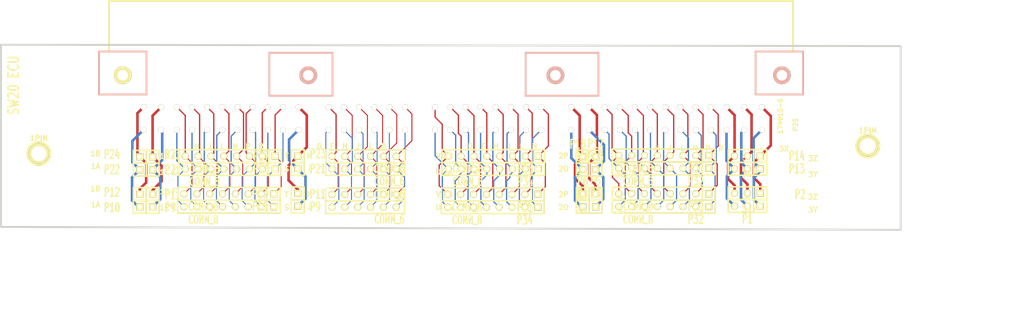
<source format=kicad_pcb>
(kicad_pcb (version 20241229) (generator "pcbnew") (generator_version "9.0")
  (title_block (title "ECU adapter") (date "2025-10-25") (rev "1") (company "76 Pin ECU"))
  (layers (0 "F.Cu" signal "Front") (2 "B.Cu" signal "Back") (13 "F.Paste" user) (15 "B.Paste" user) (5 "F.SilkS" user "F.Silkscreen") (7 "B.SilkS" user "B.Silkscreen") (1 "F.Mask" user) (3 "B.Mask" user) (25 "Edge.Cuts" user))
  (net 0 "")
  (net 1 "N-000001")
  (net 2 "N-000002")
  (net 3 "N-000003")
  (net 4 "N-000004")
  (net 5 "N-000005")
  (net 6 "N-000006")
  (net 7 "N-000007")
  (net 8 "N-000008")
  (net 9 "N-000009")
  (net 10 "N-000010")
  (net 11 "N-000017")
  (net 12 "N-000018")
  (net 13 "N-000019")
  (net 14 "N-000020")
  (net 15 "N-000021")
  (net 16 "N-000022")
  (net 17 "N-000023")
  (net 18 "N-000024")
  (net 19 "N-000025")
  (net 20 "N-000026")
  (net 21 "N-000027")
  (net 22 "N-000028")
  (net 23 "N-000029")
  (net 24 "N-000030")
  (net 25 "N-000031")
  (net 26 "N-000032")
  (net 27 "N-000033")
  (net 28 "N-000034")
  (net 29 "N-000035")
  (net 30 "N-000036")
  (net 31 "N-000037")
  (net 32 "N-000038")
  (net 33 "N-000039")
  (net 34 "N-000040")
  (net 35 "N-000041")
  (net 36 "N-000042")
  (net 37 "N-000043")
  (net 38 "N-000044")
  (net 39 "N-000045")
  (net 40 "N-000046")
  (net 41 "N-000047")
  (net 42 "N-000048")
  (net 43 "N-000050")
  (net 44 "N-000051")
  (net 45 "N-000052")
  (net 46 "N-000053")
  (net 47 "N-000054")
  (net 48 "N-000055")
  (net 49 "N-000056")
  (net 50 "N-000057")
  (net 51 "N-000058")
  (net 52 "N-000059")
  (net 53 "N-000060")
  (net 54 "N-000061")
  (net 55 "N-000062")
  (net 56 "N-000063")
  (net 57 "N-000064")
  (net 58 "N-000065")
  (net 59 "N-000066")
  (net 60 "N-000071")
  (net 61 "N-000072")
  (net 62 "N-000073")
  (net 63 "N-000067")
  (net 64 "N-000068")
  (net 65 "N-000069")
  (net 66 "N-000070")
  (net 67 "N-000074")
  (net 68 "N-000076")
  (net 69 "N-000075")
  (net 70 "N-000049")
  (net 71 "thick")
  (footprint "SIL-8" (layer "F.Cu") (at 86.85 62.5 180)
    (property "Reference" "P37")
    (property "Value" "CONN_8")
  )
  (footprint "SIL-8" (layer "F.Cu") (at 86.85 65.04 180)
    (property "Reference" "P36")
    (property "Value" "CONN_8")
  )
  (footprint "SIL-8" (layer "F.Cu") (at 138.89 65.04 180)
    (property "Reference" "P34")
    (property "Value" "CONN_8")
  )
  (footprint "SIL-8" (layer "F.Cu") (at 138.89 62.5 180)
    (property "Reference" "P35")
    (property "Value" "CONN_8")
  )
  (footprint "SIL-8" (layer "F.Cu") (at 172.625 62.371 180)
    (property "Reference" "P33")
    (property "Value" "CONN_8")
  )
  (footprint "SIL-8" (layer "F.Cu") (at 172.625 64.911 180)
    (property "Reference" "P32")
    (property "Value" "CONN_8")
  )
  (footprint "SIL-3" (layer "F.Cu") (at 189.18 65.006 180)
    (property "Reference" "P13")
    (property "Value" "CONN_3" (hide yes))
  )
  (footprint "SIL-3" (layer "F.Cu") (at 189.18 72.372 180)
    (property "Reference" "P1")
    (property "Value" "CONN_3" (hide yes))
  )
  (footprint "SIL-3" (layer "F.Cu") (at 189.18 69.832 180)
    (property "Reference" "P2")
    (property "Value" "CONN_3" (hide yes))
  )
  (footprint "SIL-1" (layer "F.Cu") (at 71.5 62.634)
    (property "Reference" "P23")
    (property "Value" "CONN_1" (hide yes))
  )
  (footprint "SIL-1" (layer "F.Cu") (at 159.14 62.6)
    (property "Reference" "P17")
    (property "Value" "CONN_1" (hide yes))
  )
  (footprint "SIL-1" (layer "F.Cu") (at 156.6 62.6)
    (property "Reference" "P18")
    (property "Value" "CONN_1" (hide yes))
  )
  (footprint "SIL-1" (layer "F.Cu") (at 156.6 65.14)
    (property "Reference" "P16")
    (property "Value" "CONN_1" (hide yes))
  )
  (footprint "SIL-1" (layer "F.Cu") (at 159.14 65.14)
    (property "Reference" "P15")
    (property "Value" "CONN_1" (hide yes))
  )
  (footprint "SIL-1" (layer "F.Cu") (at 68.96 65.174)
    (property "Reference" "P22")
    (property "Value" "CONN_1" (hide yes))
  )
  (footprint "SIL-1" (layer "F.Cu") (at 71.5 65.174)
    (property "Reference" "P21")
    (property "Value" "CONN_1" (hide yes))
  )
  (footprint "SIL-1" (layer "F.Cu") (at 68.96 72.54)
    (property "Reference" "P10")
    (property "Value" "CONN_1" (hide yes))
  )
  (footprint "SIL-1" (layer "F.Cu") (at 68.96 62.634)
    (property "Reference" "P24")
    (property "Value" "CONN_1" (hide yes))
  )
  (footprint "SIL-1" (layer "F.Cu") (at 68.96 70)
    (property "Reference" "P12")
    (property "Value" "CONN_1" (hide yes))
  )
  (footprint "SIL-1" (layer "F.Cu") (at 71.5 70)
    (property "Reference" "P11")
    (property "Value" "CONN_1" (hide yes))
  )
  (footprint "SIL-1" (layer "F.Cu") (at 71.5 72.54)
    (property "Reference" "P9")
    (property "Value" "CONN_1" (hide yes))
  )
  (footprint "SIL-1" (layer "F.Cu") (at 159.14 69.966)
    (property "Reference" "P5")
    (property "Value" "CONN_1" (hide yes))
  )
  (footprint "SIL-1" (layer "F.Cu") (at 156.6 69.966)
    (property "Reference" "P6")
    (property "Value" "CONN_1" (hide yes))
  )
  (footprint "SIL-1" (layer "F.Cu") (at 156.6 72.506)
    (property "Reference" "P4")
    (property "Value" "CONN_1" (hide yes))
  )
  (footprint "SIL-1" (layer "F.Cu") (at 159.14 72.506)
    (property "Reference" "P3")
    (property "Value" "CONN_1" (hide yes))
  )
  (footprint "1pin" (layer "F.Cu") (at 49 62)
    (property "Reference" "1PIN")
    (property "Value" "P***" (hide yes))
  )
  (footprint "1pin" (layer "F.Cu") (at 213 60.5)
    (property "Reference" "1PIN")
    (property "Value" "P***" (hide yes))
  )
  (footprint "SIL-3" (layer "F.Cu") (at 189.18 62.466 180)
    (property "Reference" "P14")
    (property "Value" "CONN_3" (hide yes))
  )
  (footprint "SIL-8" (layer "F.Cu") (at 86.61 69.96 180)
    (property "Reference" "P37")
    (property "Value" "CONN_8")
  )
  (footprint "Library:174915-6" (layer "F.Cu") (at 199.20027 57.3)
    (property "Reference" "P25")
    (property "Value" "174915-6")
  )
  (footprint "SIL-8" (layer "F.Cu") (at 138.8 72.6 180)
    (property "Reference" "P34")
    (property "Value" "CONN_8")
  )
  (footprint "Library:SIL-6" (layer "F.Cu") (at 113.35 72.58)
    (property "Reference" "P37" (hide yes))
    (property "Value" "CONN_6")
  )
  (footprint "SIL-1" (layer "F.Cu") (at 100.222 65.04)
    (property "Reference" "P21")
    (property "Value" "CONN_1" (hide yes))
  )
  (footprint "Library:SIL-6" (layer "F.Cu") (at 113.35 62.54)
    (property "Reference" "P36" (hide yes))
    (property "Value" "CONN_6")
  )
  (footprint "SIL-8" (layer "F.Cu") (at 138.8 70.06 180)
    (property "Reference" "P35")
    (property "Value" "CONN_8")
  )
  (footprint "SIL-8" (layer "F.Cu") (at 86.61 72.5 180)
    (property "Reference" "P36")
    (property "Value" "CONN_8")
  )
  (footprint "SIL-8" (layer "F.Cu") (at 172.62 72.473 180)
    (property "Reference" "P32")
    (property "Value" "CONN_8")
  )
  (footprint "Library:SIL-6" (layer "F.Cu") (at 113.35 65.04)
    (property "Reference" "P37" (hide yes))
    (property "Value" "CONN_6")
  )
  (footprint "Library:SIL-6" (layer "F.Cu") (at 113.35 70.08)
    (property "Reference" "P36" (hide yes))
    (property "Value" "CONN_6")
  )
  (footprint "SIL-1" (layer "F.Cu") (at 100.222 72.406)
    (property "Reference" "P9")
    (property "Value" "CONN_1" (hide yes))
  )
  (footprint "SIL-1" (layer "F.Cu") (at 100.222 62.5)
    (property "Reference" "P23")
    (property "Value" "CONN_1" (hide yes))
  )
  (footprint "SIL-8" (layer "F.Cu") (at 172.62 69.933 180)
    (property "Reference" "P33")
    (property "Value" "CONN_8")
  )
  (footprint "SIL-1" (layer "F.Cu") (at 100.222 69.866)
    (property "Reference" "P11")
    (property "Value" "CONN_1" (hide yes))
  )
  (gr_line (start 219.5 40.73) (end 219.5 77.077612) (stroke (width 0.381)) (layer "Edge.Cuts"))
  (gr_line (start 41.5 76.5) (end 41.5 40.46) (stroke (width 0.381)) (layer "Edge.Cuts"))
  (gr_line (start 219.5 77.08) (end 41.5 76.5) (stroke (width 0.381)) (layer "Edge.Cuts"))
  (gr_line (start 41.5 40.46) (end 219.5 40.73) (stroke (width 0.381)) (layer "Edge.Cuts"))
  (gr_text "H" (at 171.254 60.96 0) (layer "F.SilkS") (effects (font (size 1.016 1.016) (thickness 0.22352))))
  (gr_text "1C" (at 73.896 72.66 0) (layer "F.SilkS") (effects (font (size 1.016 1.016) (thickness 0.22352))))
  (gr_text "1B" (at 60.206 68.945 0) (layer "F.SilkS") (effects (font (size 1.016 1.016) (thickness 0.22352))))
  (gr_text "2A" (at 129.934 65.642 0) (layer "F.SilkS") (effects (font (size 1.016 1.016) (thickness 0.22352))))
  (gr_text "2O" (at 152.794 65.007 0) (layer "F.SilkS") (effects (font (size 1.016 1.016) (thickness 0.22352))))
  (gr_text "R" (at 183.954 60.96 0) (layer "F.SilkS") (effects (font (size 1.016 1.016) (thickness 0.22352))))
  (gr_text "P" (at 90.406 60.595 0) (layer "F.SilkS") (effects (font (size 1.016 1.016) (thickness 0.22352))))
  (gr_text "3Y" (at 202.14 66.135 0) (layer "F.SilkS") (effects (font (size 1.016 1.016) (thickness 0.22352))))
  (gr_text "U" (at 128.029 72.627 0) (layer "F.SilkS") (effects (font (size 1.016 1.016) (thickness 0.22352))))
  (gr_text "J" (at 141.999 60.562 0) (layer "F.SilkS") (effects (font (size 1.016 1.016) (thickness 0.22352))))
  (gr_text "3C" (at 164.016 66.135 0) (layer "F.SilkS") (effects (font (size 1.016 1.016) (thickness 0.22352))))
  (gr_text "L" (at 176.334 60.96 0) (layer "F.SilkS") (effects (font (size 1.016 1.016) (thickness 0.22352))))
  (gr_text "F" (at 166.809 69.85 0) (layer "F.SilkS") (effects (font (size 1.016 1.016) (thickness 0.22352))))
  (gr_text "J" (at 82.786 60.595 0) (layer "F.SilkS") (effects (font (size 1.016 1.016) (thickness 0.22352))))
  (gr_text "S" (at 98.026 72.66 0) (layer "F.SilkS") (effects (font (size 1.016 1.016) (thickness 0.22352))))
  (gr_text "L" (at 85.326 60.595 0) (layer "F.SilkS") (effects (font (size 1.016 1.016) (thickness 0.22352))))
  (gr_text "2A" (at 129.934 72.627 0) (layer "F.SilkS") (effects (font (size 1.016 1.016) (thickness 0.22352))))
  (gr_text "3X" (at 196.425 61.055 0) (layer "F.SilkS") (effects (font (size 1.016 1.016) (thickness 0.22352))))
  (gr_text "1A" (at 60.206 64.5 0) (layer "F.SilkS") (effects (font (size 1.016 1.016) (thickness 0.22352))))
  (gr_text "U" (at 190.939 72.39 0) (layer "F.SilkS") (effects (font (size 1.016 1.016) (thickness 0.22352))))
  (gr_text "3A" (at 156.396 65.5 0) (layer "F.SilkS") (effects (font (size 1.016 1.016) (thickness 0.22352))))
  (gr_text "R" (at 92.946 60.595 0) (layer "F.SilkS") (effects (font (size 1.016 1.016) (thickness 0.22352))))
  (gr_text "N" (at 117.2 60.54 0) (layer "F.SilkS") (effects (font (size 1.016 1.016) (thickness 0.22352))))
  (gr_text "1D" (at 73.896 62.5 0) (layer "F.SilkS") (effects (font (size 1.016 1.016) (thickness 0.22352))))
  (gr_text "J" (at 112.12 60.54 0) (layer "F.SilkS") (effects (font (size 1.016 1.016) (thickness 0.22352))))
  (gr_text "3B" (at 156.396 62.96 0) (layer "F.SilkS") (effects (font (size 1.016 1.016) (thickness 0.22352))))
  (gr_text "U" (at 128.029 65.642 0) (layer "F.SilkS") (effects (font (size 1.016 1.016) (thickness 0.22352))))
  (gr_text "2O" (at 152.794 72.627 0) (layer "F.SilkS") (effects (font (size 1.016 1.016) (thickness 0.22352))))
  (gr_text "3B" (at 156.396 70.58 0) (layer "F.SilkS") (effects (font (size 1.016 1.016) (thickness 0.22352))))
  (gr_text "N" (at 147.079 60.562 0) (layer "F.SilkS") (effects (font (size 1.016 1.016) (thickness 0.22352))))
  (gr_text "N" (at 87.866 60.595 0) (layer "F.SilkS") (effects (font (size 1.016 1.016) (thickness 0.22352))))
  (gr_text "E" (at 75.801 65.675 0) (layer "F.SilkS") (effects (font (size 1.016 1.016) (thickness 0.22352))))
  (gr_text "P" (at 181.414 60.96 0) (layer "F.SilkS") (effects (font (size 1.016 1.016) (thickness 0.22352))))
  (gr_text "2P" (at 152.794 70.087 0) (layer "F.SilkS") (effects (font (size 1.016 1.016) (thickness 0.22352))))
  (gr_text "3S" (at 189.034 73.025 0) (layer "F.SilkS") (effects (font (size 1.016 1.016) (thickness 0.22352))))
  (gr_text "1B" (at 60.206 61.96 0) (layer "F.SilkS") (effects (font (size 1.016 1.016) (thickness 0.22352))))
  (gr_text "3Z" (at 202.14 70.58 0) (layer "F.SilkS") (effects (font (size 1.016 1.016) (thickness 0.22352))))
  (gr_text "J" (at 102.5 65 0) (layer "F.SilkS") (effects (font (size 1.016 1.016) (thickness 0.22352))))
  (gr_text "T" (at 98.026 62.5 0) (layer "F.SilkS") (effects (font (size 1.016 1.016) (thickness 0.22352))))
  (gr_text "3S" (at 189.034 66.04 0) (layer "F.SilkS") (effects (font (size 1.016 1.016) (thickness 0.22352))))
  (gr_text "SW20 ECU" (at 44 48.5 90) (layer "F.SilkS") (effects (font (size 2.032 1.524) (thickness 0.3048))))
  (gr_text "2B" (at 129.934 70.087 0) (layer "F.SilkS") (effects (font (size 1.016 1.016) (thickness 0.22352))))
  (gr_text "E" (at 166.809 65.405 0) (layer "F.SilkS") (effects (font (size 1.016 1.016) (thickness 0.22352))))
  (gr_text "D" (at 134.379 60.562 0) (layer "F.SilkS") (effects (font (size 1.016 1.016) (thickness 0.22352))))
  (gr_text "E" (at 75.801 72.66 0) (layer "F.SilkS") (effects (font (size 1.016 1.016) (thickness 0.22352))))
  (gr_text "3D" (at 164.016 70.58 0) (layer "F.SilkS") (effects (font (size 1.016 1.016) (thickness 0.22352))))
  (gr_text "3Z" (at 202.14 62.96 0) (layer "F.SilkS") (effects (font (size 1.016 1.016) (thickness 0.22352))))
  (gr_text "F" (at 136.919 60.562 0) (layer "F.SilkS") (effects (font (size 1.016 1.016) (thickness 0.22352))))
  (gr_text "D" (at 104.5 60.54 0) (layer "F.SilkS") (effects (font (size 1.016 1.016) (thickness 0.22352))))
  (gr_text "L" (at 144.539 60.562 0) (layer "F.SilkS") (effects (font (size 1.016 1.016) (thickness 0.22352))))
  (gr_text "3T" (at 189.034 70.485 0) (layer "F.SilkS") (effects (font (size 1.016 1.016) (thickness 0.22352))))
  (gr_text "J" (at 173.794 60.96 0) (layer "F.SilkS") (effects (font (size 1.016 1.016) (thickness 0.22352))))
  (gr_text "2B" (at 129.934 62.467 0) (layer "F.SilkS") (effects (font (size 1.016 1.016) (thickness 0.22352))))
  (gr_text "1A" (at 60.206 72.12 0) (layer "F.SilkS") (effects (font (size 1.016 1.016) (thickness 0.22352))))
  (gr_text "U" (at 190.939 65.405 0) (layer "F.SilkS") (effects (font (size 1.016 1.016) (thickness 0.22352))))
  (gr_text "S" (at 98.026 65.04 0) (layer "F.SilkS") (effects (font (size 1.016 1.016) (thickness 0.22352))))
  (gr_text "F" (at 166.809 62.865 0) (layer "F.SilkS") (effects (font (size 1.016 1.016) (thickness 0.22352))))
  (gr_text "V" (at 191.98 69.945 0) (layer "F.SilkS") (effects (font (size 1.016 1.016) (thickness 0.22352))))
  (gr_text "1D" (at 73.896 69.485 0) (layer "F.SilkS") (effects (font (size 1.016 1.016) (thickness 0.22352))))
  (gr_text "H" (at 80.246 60.595 0) (layer "F.SilkS") (effects (font (size 1.016 1.016) (thickness 0.22352))))
  (gr_text "F" (at 75.801 69.485 0) (layer "F.SilkS") (effects (font (size 1.016 1.016) (thickness 0.22352))))
  (gr_text "K" (at 102.5 70 0) (layer "F.SilkS") (effects (font (size 1.016 1.016) (thickness 0.22352))))
  (gr_text "3Y" (at 202.14 73.12 0) (layer "F.SilkS") (effects (font (size 1.016 1.016) (thickness 0.22352))))
  (gr_text "3A" (at 156.396 73.12 0) (layer "F.SilkS") (effects (font (size 1.016 1.016) (thickness 0.22352))))
  (gr_text "F" (at 107.04 60.54 0) (layer "F.SilkS") (effects (font (size 1.016 1.016) (thickness 0.22352))))
  (gr_text "N" (at 178.874 60.96 0) (layer "F.SilkS") (effects (font (size 1.016 1.016) (thickness 0.22352))))
  (gr_text "V" (at 191.98 62.325 0) (layer "F.SilkS") (effects (font (size 1.016 1.016) (thickness 0.22352))))
  (gr_text "1C" (at 73.896 65.675 0) (layer "F.SilkS") (effects (font (size 1.016 1.016) (thickness 0.22352))))
  (gr_text "H" (at 139.459 60.562 0) (layer "F.SilkS") (effects (font (size 1.016 1.016) (thickness 0.22352))))
  (gr_text "V" (at 128.029 62.467 0) (layer "F.SilkS") (effects (font (size 1.016 1.016) (thickness 0.22352))))
  (gr_text "E" (at 166.809 72.39 0) (layer "F.SilkS") (effects (font (size 1.016 1.016) (thickness 0.22352))))
  (gr_text "V" (at 128.029 70.087 0) (layer "F.SilkS") (effects (font (size 1.016 1.016) (thickness 0.22352))))
  (gr_text "J" (at 102.5 72.54 0) (layer "F.SilkS") (effects (font (size 1.016 1.016) (thickness 0.22352))))
  (gr_text "L" (at 114.66 60.54 0) (layer "F.SilkS") (effects (font (size 1.016 1.016) (thickness 0.22352))))
  (gr_text "F" (at 75.801 62.5 0) (layer "F.SilkS") (effects (font (size 1.016 1.016) (thickness 0.22352))))
  (gr_text "K" (at 102.5 62.46 0) (layer "F.SilkS") (effects (font (size 1.016 1.016) (thickness 0.22352))))
  (gr_text "3C" (at 164.016 73.12 0) (layer "F.SilkS") (effects (font (size 1.016 1.016) (thickness 0.22352))))
  (gr_text "3D" (at 164.016 63.595 0) (layer "F.SilkS") (effects (font (size 1.016 1.016) (thickness 0.22352))))
  (gr_text "H" (at 109.58 60.54 0) (layer "F.SilkS") (effects (font (size 1.016 1.016) (thickness 0.22352))))
  (gr_text "2P" (at 152.794 62.467 0) (layer "F.SilkS") (effects (font (size 1.016 1.016) (thickness 0.22352))))
  (gr_text "3T" (at 189.034 62.865 0) (layer "F.SilkS") (effects (font (size 1.016 1.016) (thickness 0.22352))))
  (gr_text "T" (at 98.026 70.12 0) (layer "F.SilkS") (effects (font (size 1.016 1.016) (thickness 0.22352))))
  (segment (start 190.4 58.94175) (end 190.4 63.686) (width 0.508) (layer "B.Cu") (net 1))
  (segment (start 190.45 66.784) (end 190.45 71.102) (width 0.508) (layer "B.Cu") (net 1))
  (segment (start 191.72 65.006) (end 191.72 65.514) (width 0.508) (layer "B.Cu") (net 1))
  (segment (start 191.72 65.514) (end 190.45 66.784) (width 0.508) (layer "B.Cu") (net 1))
  (segment (start 190.4 63.686) (end 191.72 65.006) (width 0.508) (layer "B.Cu") (net 1))
  (segment (start 190.45 71.102) (end 191.72 72.372) (width 0.508) (layer "B.Cu") (net 1))
  (segment (start 192.04175 57.3) (end 190.4 58.94175) (width 0.508) (layer "B.Cu") (net 1))
  (segment (start 187.96632 63.79232) (end 189.18 65.006) (width 0.508) (layer "B.Cu") (net 2))
  (segment (start 187.91 71.102) (end 187.91 66.276) (width 0.508) (layer "B.Cu") (net 2))
  (segment (start 188.54163 57.3) (end 187.96632 57.87531) (width 0.254) (layer "B.Cu") (net 2))
  (segment (start 187.96632 57.87531) (end 187.96632 63.79232) (width 0.508) (layer "B.Cu") (net 2))
  (segment (start 187.91 66.276) (end 189.18 65.006) (width 0.508) (layer "B.Cu") (net 2))
  (segment (start 189.18 72.372) (end 187.91 71.102) (width 0.508) (layer "B.Cu") (net 2))
  (segment (start 185.116 66.53) (end 186.64 65.006) (width 0.508) (layer "B.Cu") (net 3))
  (segment (start 186.64 72.372) (end 185.116 70.848) (width 0.508) (layer "B.Cu") (net 3))
  (segment (start 185.116 70.848) (end 185.116 66.53) (width 0.508) (layer "B.Cu") (net 3))
  (segment (start 185.04151 63.40751) (end 186.64 65.006) (width 0.508) (layer "B.Cu") (net 3))
  (segment (start 185.04151 57.3) (end 185.04151 63.40751) (width 0.508) (layer "B.Cu") (net 3))
  (segment (start 191.72 68.054) (end 190.45 66.784) (width 0.508) (layer "F.Cu") (net 4))
  (segment (start 191.72 69.832) (end 191.72 68.054) (width 0.508) (layer "F.Cu") (net 4))
  (segment (start 190.45 66.784) (end 190.45 63.736) (width 0.508) (layer "F.Cu") (net 4))
  (segment (start 190.45 63.736) (end 191.72 62.466) (width 0.508) (layer "F.Cu") (net 4))
  (segment (start 193.8 60.386) (end 191.72 62.466) (width 0.508) (layer "F.Cu") (net 4))
  (segment (start 193.8 54.55737) (end 193.8 60.386) (width 0.508) (layer "F.Cu") (net 4))
  (segment (start 192.04175 52.79912) (end 193.8 54.55737) (width 0.508) (layer "F.Cu") (net 4))
  (segment (start 190 61.646) (end 189.49894 62.14706) (width 0.508) (layer "F.Cu") (net 5))
  (segment (start 190 54.25749) (end 190 61.646) (width 0.508) (layer "F.Cu") (net 5))
  (segment (start 188.54163 52.79912) (end 190 54.25749) (width 0.508) (layer "F.Cu") (net 5))
  (segment (start 189.18 69.832) (end 189.18 68.054) (width 0.508) (layer "F.Cu") (net 5))
  (segment (start 187.91 63.736) (end 189.18 62.466) (width 0.508) (layer "F.Cu") (net 5))
  (segment (start 189.18 68.054) (end 187.91 66.784) (width 0.508) (layer "F.Cu") (net 5))
  (segment (start 189.49894 62.14706) (end 189.18 62.466) (width 0.254) (layer "F.Cu") (net 5))
  (segment (start 187.91 66.784) (end 187.91 63.736) (width 0.508) (layer "F.Cu") (net 5))
  (segment (start 186.64 68.308) (end 185.37 67.038) (width 0.508) (layer "F.Cu") (net 6))
  (segment (start 185.37 63.736) (end 186.64 62.466) (width 0.508) (layer "F.Cu") (net 6))
  (segment (start 186.64 54.39761) (end 186.64 62.466) (width 0.508) (layer "F.Cu") (net 6))
  (segment (start 186.64 69.832) (end 186.64 68.308) (width 0.508) (layer "F.Cu") (net 6))
  (segment (start 185.04151 52.79912) (end 186.64 54.39761) (width 0.508) (layer "F.Cu") (net 6))
  (segment (start 185.37 67.038) (end 185.37 63.736) (width 0.508) (layer "F.Cu") (net 6))
  (segment (start 159.14 72.506) (end 160.664 70.982) (width 0.508) (layer "B.Cu") (net 7))
  (segment (start 160.664 70.982) (end 160.664 66.664) (width 0.508) (layer "B.Cu") (net 7))
  (segment (start 160.664 66.664) (end 159.14 65.14) (width 0.508) (layer "B.Cu") (net 7))
  (segment (start 160.8 63.48) (end 159.14 65.14) (width 0.508) (layer "B.Cu") (net 7))
  (segment (start 160.8 60.26189) (end 160.8 63.48) (width 0.508) (layer "B.Cu") (net 7))
  (segment (start 157.83811 57.3) (end 160.8 60.26189) (width 0.508) (layer "B.Cu") (net 7))
  (segment (start 156.6 72.506) (end 156.346 72.506) (width 0.508) (layer "B.Cu") (net 8))
  (segment (start 156.346 72.506) (end 155.076 71.236) (width 0.508) (layer "B.Cu") (net 8))
  (segment (start 155.076 71.236) (end 155.076 66.664) (width 0.508) (layer "B.Cu") (net 8))
  (segment (start 154.33799 57.3) (end 154.33799 62.87799) (width 0.508) (layer "B.Cu") (net 8))
  (segment (start 155.076 66.664) (end 156.6 65.14) (width 0.508) (layer "B.Cu") (net 8))
  (segment (start 154.33799 62.87799) (end 156.6 65.14) (width 0.508) (layer "B.Cu") (net 8))
  (segment (start 159.14 68.188) (end 157.87 66.918) (width 0.508) (layer "F.Cu") (net 9))
  (segment (start 159.14 69.966) (end 159.14 68.188) (width 0.508) (layer "F.Cu") (net 9))
  (segment (start 157.87 63.87) (end 159.14 62.6) (width 0.508) (layer "F.Cu") (net 9))
  (segment (start 159.4 62.34) (end 159.14 62.6) (width 0.508) (layer "F.Cu") (net 9))
  (segment (start 159.4 54.36101) (end 159.4 62.34) (width 0.508) (layer "F.Cu") (net 9))
  (segment (start 157.83811 52.79912) (end 159.4 54.36101) (width 0.508) (layer "F.Cu") (net 9))
  (segment (start 157.87 66.918) (end 157.87 63.87) (width 0.508) (layer "F.Cu") (net 9))
  (segment (start 154.33799 52.79912) (end 156 54.46113) (width 0.508) (layer "F.Cu") (net 10))
  (segment (start 156.6 69.966) (end 156.6 68.442) (width 0.508) (layer "F.Cu") (net 10))
  (segment (start 156 54.46113) (end 156 62) (width 0.508) (layer "F.Cu") (net 10))
  (segment (start 155.076 64.124) (end 156.6 62.6) (width 0.508) (layer "F.Cu") (net 10))
  (segment (start 156 62) (end 156.6 62.6) (width 0.508) (layer "F.Cu") (net 10))
  (segment (start 156.6 68.442) (end 155.076 66.918) (width 0.508) (layer "F.Cu") (net 10))
  (segment (start 155.076 66.918) (end 155.076 64.124) (width 0.508) (layer "F.Cu") (net 10))
  (segment (start 182.785 66.181) (end 182.785 71.198) (width 0.254) (layer "B.Cu") (net 11))
  (segment (start 183 58.35983) (end 183 63.426) (width 0.254) (layer "B.Cu") (net 11))
  (segment (start 182.785 66.181) (end 181.515 64.911) (width 0.254) (layer "B.Cu") (net 11))
  (segment (start 183 63.426) (end 181.515 64.911) (width 0.254) (layer "B.Cu") (net 11))
  (segment (start 182.785 71.198) (end 181.51 72.473) (width 0.254) (layer "B.Cu") (net 11))
  (segment (start 181.94017 57.3) (end 183 58.35983) (width 0.254) (layer "B.Cu") (net 11))
  (segment (start 180.245 66.181) (end 178.975 64.911) (width 0.254) (layer "B.Cu") (net 12))
  (segment (start 178.94043 57.3) (end 180.0555 58.41507) (width 0.254) (layer "B.Cu") (net 12))
  (segment (start 180.245 66.181) (end 180.245 71.198) (width 0.254) (layer "B.Cu") (net 12))
  (segment (start 180.245 71.198) (end 178.97 72.473) (width 0.254) (layer "B.Cu") (net 12))
  (segment (start 180.0555 63.8305) (end 178.975 64.911) (width 0.254) (layer "B.Cu") (net 12))
  (segment (start 180.0555 58.41507) (end 180.0555 63.8305) (width 0.254) (layer "B.Cu") (net 12))
  (segment (start 177.5155 58.87481) (end 177.5155 63.8305) (width 0.254) (layer "B.Cu") (net 13))
  (segment (start 177.705 71.198) (end 176.43 72.473) (width 0.254) (layer "B.Cu") (net 13))
  (segment (start 175.94069 57.3) (end 177.5155 58.87481) (width 0.254) (layer "B.Cu") (net 13))
  (segment (start 177.705 66.181) (end 177.705 71.198) (width 0.254) (layer "B.Cu") (net 13))
  (segment (start 177.705 66.181) (end 176.435 64.911) (width 0.254) (layer "B.Cu") (net 13))
  (segment (start 177.5155 63.8305) (end 176.435 64.911) (width 0.254) (layer "B.Cu") (net 13))
  (segment (start 172.94095 57.3) (end 172.6 57.64095) (width 0.254) (layer "B.Cu") (net 14))
  (segment (start 175.165 66.181) (end 175.165 71.198) (width 0.254) (layer "B.Cu") (net 14))
  (segment (start 172.6 63.616) (end 173.895 64.911) (width 0.254) (layer "B.Cu") (net 14))
  (segment (start 175.165 66.181) (end 173.895 64.911) (width 0.254) (layer "B.Cu") (net 14))
  (segment (start 175.165 71.198) (end 173.89 72.473) (width 0.254) (layer "B.Cu") (net 14))
  (segment (start 172.6 57.64095) (end 172.6 63.616) (width 0.254) (layer "B.Cu") (net 14))
  (segment (start 170 63.556) (end 171.355 64.911) (width 0.254) (layer "B.Cu") (net 15))
  (segment (start 172.625 71.198) (end 171.35 72.473) (width 0.254) (layer "B.Cu") (net 15))
  (segment (start 172.625 66.181) (end 172.625 71.198) (width 0.254) (layer "B.Cu") (net 15))
  (segment (start 170 57.35879) (end 170 63.556) (width 0.254) (layer "B.Cu") (net 15))
  (segment (start 169.94121 57.3) (end 170 57.35879) (width 0.254) (layer "B.Cu") (net 15))
  (segment (start 172.625 66.181) (end 171.355 64.911) (width 0.254) (layer "B.Cu") (net 15))
  (segment (start 170.085 71.198) (end 168.81 72.473) (width 0.254) (layer "B.Cu") (net 16))
  (segment (start 170.085 66.181) (end 170.085 71.198) (width 0.254) (layer "B.Cu") (net 16))
  (segment (start 166.94147 57.3) (end 167.51678 57.87531) (width 0.254) (layer "B.Cu") (net 16))
  (segment (start 170.085 66.181) (end 168.815 64.911) (width 0.254) (layer "B.Cu") (net 16))
  (segment (start 167.51678 57.87531) (end 167.51678 63.61278) (width 0.254) (layer "B.Cu") (net 16))
  (segment (start 167.51678 63.61278) (end 168.815 64.911) (width 0.254) (layer "B.Cu") (net 16))
  (segment (start 167.545 66.181) (end 166.275 64.911) (width 0.254) (layer "B.Cu") (net 17))
  (segment (start 167.545 66.181) (end 167.545 71.198) (width 0.254) (layer "B.Cu") (net 17))
  (segment (start 165.1945 58.55277) (end 165.1945 63.8305) (width 0.254) (layer "B.Cu") (net 17))
  (segment (start 165.1945 63.8305) (end 166.275 64.911) (width 0.254) (layer "B.Cu") (net 17))
  (segment (start 167.545 71.198) (end 166.27 72.473) (width 0.254) (layer "B.Cu") (net 17))
  (segment (start 163.94173 57.3) (end 165.1945 58.55277) (width 0.254) (layer "B.Cu") (net 17))
  (segment (start 161.8 58.15801) (end 161.8 62.976) (width 0.254) (layer "B.Cu") (net 18))
  (segment (start 165.005 66.181) (end 163.735 64.911) (width 0.254) (layer "B.Cu") (net 18))
  (segment (start 165.005 71.198) (end 163.73 72.473) (width 0.254) (layer "B.Cu") (net 18))
  (segment (start 165.005 66.181) (end 165.005 71.198) (width 0.254) (layer "B.Cu") (net 18))
  (segment (start 160.94199 57.3) (end 161.8 58.15801) (width 0.254) (layer "B.Cu") (net 18))
  (segment (start 161.8 62.976) (end 163.735 64.911) (width 0.254) (layer "B.Cu") (net 18))
  (segment (start 183.2 64.056) (end 183.2 68.243) (width 0.254) (layer "F.Cu") (net 19))
  (segment (start 181.515 62.371) (end 183.2 64.056) (width 0.254) (layer "F.Cu") (net 19))
  (segment (start 183.4 54.25895) (end 183.4 60.486) (width 0.254) (layer "F.Cu") (net 19))
  (segment (start 183.4 60.486) (end 181.515 62.371) (width 0.254) (layer "F.Cu") (net 19))
  (segment (start 183.2 68.243) (end 181.51 69.933) (width 0.254) (layer "F.Cu") (net 19))
  (segment (start 181.94017 52.79912) (end 183.4 54.25895) (width 0.254) (layer "F.Cu") (net 19))
  (segment (start 178.94043 52.79912) (end 180.4 54.25869) (width 0.254) (layer "F.Cu") (net 20))
  (segment (start 178.975 62.371) (end 180.2 63.596) (width 0.254) (layer "F.Cu") (net 20))
  (segment (start 180.2 68.703) (end 178.97 69.933) (width 0.254) (layer "F.Cu") (net 20))
  (segment (start 180.2 63.596) (end 180.2 68.703) (width 0.254) (layer "F.Cu") (net 20))
  (segment (start 180.4 54.25869) (end 180.4 60.946) (width 0.254) (layer "F.Cu") (net 20))
  (segment (start 180.4 60.946) (end 178.975 62.371) (width 0.254) (layer "F.Cu") (net 20))
  (segment (start 177.8 68.563) (end 176.43 69.933) (width 0.254) (layer "F.Cu") (net 21))
  (segment (start 177.4 61.406) (end 176.435 62.371) (width 0.254) (layer "F.Cu") (net 21))
  (segment (start 177.8 63.736) (end 177.8 68.563) (width 0.254) (layer "F.Cu") (net 21))
  (segment (start 176.435 62.371) (end 177.8 63.736) (width 0.254) (layer "F.Cu") (net 21))
  (segment (start 175.94069 52.79912) (end 177.4 54.25843) (width 0.254) (layer "F.Cu") (net 21))
  (segment (start 177.4 54.25843) (end 177.4 61.406) (width 0.254) (layer "F.Cu") (net 21))
  (segment (start 172.625 68.668) (end 173.89 69.933) (width 0.254) (layer "F.Cu") (net 22))
  (segment (start 172.94095 52.79912) (end 174.5935 54.45167) (width 0.254) (layer "F.Cu") (net 22))
  (segment (start 172.625 63.641) (end 172.625 68.668) (width 0.254) (layer "F.Cu") (net 22))
  (segment (start 173.895 62.371) (end 172.625 63.641) (width 0.254) (layer "F.Cu") (net 22))
  (segment (start 174.5935 54.45167) (end 174.5935 61.6725) (width 0.254) (layer "F.Cu") (net 22))
  (segment (start 174.5935 61.6725) (end 173.895 62.371) (width 0.254) (layer "F.Cu") (net 22))
  (segment (start 170.085 68.668) (end 171.35 69.933) (width 0.254) (layer "F.Cu") (net 23))
  (segment (start 170.085 63.641) (end 170.085 68.668) (width 0.254) (layer "F.Cu") (net 23))
  (segment (start 169.94121 52.79912) (end 171.355 54.21291) (width 0.254) (layer "F.Cu") (net 23))
  (segment (start 171.355 54.21291) (end 171.355 62.371) (width 0.254) (layer "F.Cu") (net 23))
  (segment (start 171.355 62.371) (end 170.085 63.641) (width 0.254) (layer "F.Cu") (net 23))
  (segment (start 168.6 62.156) (end 168.815 62.371) (width 0.254) (layer "F.Cu") (net 24))
  (segment (start 168.6 54.45765) (end 168.6 62.156) (width 0.254) (layer "F.Cu") (net 24))
  (segment (start 167.545 63.641) (end 167.545 68.668) (width 0.254) (layer "F.Cu") (net 24))
  (segment (start 166.94147 52.79912) (end 168.6 54.45765) (width 0.254) (layer "F.Cu") (net 24))
  (segment (start 167.545 68.668) (end 168.81 69.933) (width 0.254) (layer "F.Cu") (net 24))
  (segment (start 168.815 62.371) (end 167.545 63.641) (width 0.254) (layer "F.Cu") (net 24))
  (segment (start 165.6 54.45739) (end 165.6 57.891692) (width 0.254) (layer "F.Cu") (net 25))
  (segment (start 166.275 62.371) (end 165.005 63.641) (width 0.254) (layer "F.Cu") (net 25))
  (segment (start 166.275 58.566692) (end 166.275 62.371) (width 0.254) (layer "F.Cu") (net 25))
  (segment (start 165.6 57.891692) (end 166.275 58.566692) (width 0.254) (layer "F.Cu") (net 25))
  (segment (start 165.005 63.641) (end 165.005 68.668) (width 0.254) (layer "F.Cu") (net 25))
  (segment (start 163.94173 52.79912) (end 165.6 54.45739) (width 0.254) (layer "F.Cu") (net 25))
  (segment (start 165.005 68.668) (end 166.27 69.933) (width 0.254) (layer "F.Cu") (net 25))
  (segment (start 162.465 66.689) (end 162.465 63.641) (width 0.254) (layer "F.Cu") (net 26))
  (segment (start 163.73 67.954) (end 163.73 69.933) (width 0.254) (layer "F.Cu") (net 26))
  (segment (start 162.4 61.036) (end 163.735 62.371) (width 0.254) (layer "F.Cu") (net 26))
  (segment (start 162.465 63.641) (end 163.735 62.371) (width 0.254) (layer "F.Cu") (net 26))
  (segment (start 162.465 66.689) (end 163.73 67.954) (width 0.254) (layer "F.Cu") (net 26))
  (segment (start 160.94199 52.79912) (end 162.4 54.25713) (width 0.254) (layer "F.Cu") (net 26))
  (segment (start 162.4 54.25713) (end 162.4 61.036) (width 0.254) (layer "F.Cu") (net 26))
  (segment (start 146.6995 58.99235) (end 146.6995 63.9595) (width 0.254) (layer "B.Cu") (net 27))
  (segment (start 146.6095 71.5195) (end 147.69 72.6) (width 0.254) (layer "B.Cu") (net 27))
  (segment (start 146.6095 67.4105) (end 146.6095 71.5195) (width 0.254) (layer "B.Cu") (net 27))
  (segment (start 147.78 65.04) (end 146.6095 66.2105) (width 0.254) (layer "B.Cu") (net 27))
  (segment (start 148.39185 57.3) (end 146.6995 58.99235) (width 0.254) (layer "B.Cu") (net 27))
  (segment (start 146.6095 66.2105) (end 146.6095 67.6) (width 0.254) (layer "B.Cu") (net 27))
  (segment (start 146.6995 63.9595) (end 147.78 65.04) (width 0.254) (layer "B.Cu") (net 27))
  (segment (start 144.0695 67.4105) (end 144.0695 71.5195) (width 0.254) (layer "B.Cu") (net 28))
  (segment (start 144.1595 63.9595) (end 145.24 65.04) (width 0.254) (layer "B.Cu") (net 28))
  (segment (start 144.0695 66.2105) (end 144.0695 67.6) (width 0.254) (layer "B.Cu") (net 28))
  (segment (start 145.39211 57.3) (end 144.1595 58.53261) (width 0.254) (layer "B.Cu") (net 28))
  (segment (start 144.1595 58.53261) (end 144.1595 63.9595) (width 0.254) (layer "B.Cu") (net 28))
  (segment (start 145.24 65.04) (end 144.0695 66.2105) (width 0.254) (layer "B.Cu") (net 28))
  (segment (start 144.0695 71.5195) (end 145.15 72.6) (width 0.254) (layer "B.Cu") (net 28))
  (segment (start 142.7 65.7) (end 142.1895 66.2105) (width 0.254) (layer "B.Cu") (net 29))
  (segment (start 142.39237 57.3) (end 141.6195 58.07287) (width 0.254) (layer "B.Cu") (net 29))
  (segment (start 141.5295 67.4105) (end 141.5295 71.5195) (width 0.254) (layer "B.Cu") (net 29))
  (segment (start 142.7 65.04) (end 142.7 65.7) (width 0.254) (layer "B.Cu") (net 29))
  (segment (start 142.1895 66.2105) (end 142.1895 66.7505) (width 0.254) (layer "B.Cu") (net 29))
  (segment (start 141.6195 63.9595) (end 142.7 65.04) (width 0.254) (layer "B.Cu") (net 29))
  (segment (start 142.1895 66.7505) (end 141.5295 67.4105) (width 0.254) (layer "B.Cu") (net 29))
  (segment (start 141.5295 71.5195) (end 142.61 72.6) (width 0.254) (layer "B.Cu") (net 29))
  (segment (start 141.6195 58.07287) (end 141.6195 63.9595) (width 0.254) (layer "B.Cu") (net 29))
  (segment (start 138.81732 63.69732) (end 140.16 65.04) (width 0.254) (layer "B.Cu") (net 30))
  (segment (start 140.16 65.04) (end 140.16 66.24) (width 0.254) (layer "B.Cu") (net 30))
  (segment (start 139.39263 57.3) (end 138.81732 57.87531) (width 0.254) (layer "B.Cu") (net 30))
  (segment (start 138.9895 71.5195) (end 140.07 72.6) (width 0.254) (layer "B.Cu") (net 30))
  (segment (start 138.81732 57.87531) (end 138.81732 63.69732) (width 0.254) (layer "B.Cu") (net 30))
  (segment (start 138.9895 67.4105) (end 138.9895 71.5195) (width 0.254) (layer "B.Cu") (net 30))
  (segment (start 140.16 66.24) (end 138.9895 67.4105) (width 0.254) (layer "B.Cu") (net 30))
  (segment (start 137.62 65.04) (end 137.62 66.24) (width 0.254) (layer "B.Cu") (net 31))
  (segment (start 137.62 66.24) (end 136.4495 67.4105) (width 0.254) (layer "B.Cu") (net 31))
  (segment (start 136.4495 67.4105) (end 136.4495 71.5195) (width 0.254) (layer "B.Cu") (net 31))
  (segment (start 136.39035 63.81035) (end 137.62 65.04) (width 0.254) (layer "B.Cu") (net 31))
  (segment (start 136.4495 71.5195) (end 137.53 72.6) (width 0.254) (layer "B.Cu") (net 31))
  (segment (start 136.39035 57.3) (end 136.39035 63.81035) (width 0.254) (layer "B.Cu") (net 31))
  (segment (start 135.08 65.04) (end 133.9095 66.2105) (width 0.254) (layer "B.Cu") (net 32))
  (segment (start 133.9095 67.4105) (end 133.9095 71.5195) (width 0.254) (layer "B.Cu") (net 32))
  (segment (start 133.9995 63.9595) (end 135.08 65.04) (width 0.254) (layer "B.Cu") (net 32))
  (segment (start 133.9995 57.90889) (end 133.9995 63.9595) (width 0.254) (layer "B.Cu") (net 32))
  (segment (start 133.39061 57.3) (end 133.9995 57.90889) (width 0.254) (layer "B.Cu") (net 32))
  (segment (start 133.9095 71.5195) (end 134.99 72.6) (width 0.254) (layer "B.Cu") (net 32))
  (segment (start 133.9095 66.2105) (end 133.9095 67.4105) (width 0.254) (layer "B.Cu") (net 32))
  (segment (start 131.3695 67.4105) (end 131.3695 71.5195) (width 0.254) (layer "B.Cu") (net 33))
  (segment (start 131.3695 71.5195) (end 132.45 72.6) (width 0.254) (layer "B.Cu") (net 33))
  (segment (start 131.4595 63.9595) (end 132.54 65.04) (width 0.254) (layer "B.Cu") (net 33))
  (segment (start 132.1895 66.5905) (end 131.3695 67.4105) (width 0.254) (layer "B.Cu") (net 33))
  (segment (start 132.54 65.86) (end 132.1895 66.2105) (width 0.254) (layer "B.Cu") (net 33))
  (segment (start 131.4595 58.36863) (end 131.4595 63.9595) (width 0.254) (layer "B.Cu") (net 33))
  (segment (start 132.54 65.04) (end 132.54 65.86) (width 0.254) (layer "B.Cu") (net 33))
  (segment (start 132.1895 66.2105) (end 132.1895 66.5905) (width 0.254) (layer "B.Cu") (net 33))
  (segment (start 130.39087 57.3) (end 131.4595 58.36863) (width 0.254) (layer "B.Cu") (net 33))
  (segment (start 128.8295 66.2105) (end 128.8295 67.4105) (width 0.254) (layer "B.Cu") (net 34))
  (segment (start 128.8295 67.4105) (end 128.8295 71.5195) (width 0.254) (layer "B.Cu") (net 34))
  (segment (start 130 65.04) (end 128.8295 66.2105) (width 0.254) (layer "B.Cu") (net 34))
  (segment (start 127.39113 57.3) (end 127.39113 62.43113) (width 0.254) (layer "B.Cu") (net 34))
  (segment (start 128.8295 71.5195) (end 129.91 72.6) (width 0.254) (layer "B.Cu") (net 34))
  (segment (start 127.39113 62.43113) (end 130 65.04) (width 0.254) (layer "B.Cu") (net 34))
  (segment (start 148.39185 52.79912) (end 149.8 54.20727) (width 0.254) (layer "F.Cu") (net 35))
  (segment (start 149.8 54.20727) (end 149.8 60.48) (width 0.254) (layer "F.Cu") (net 35))
  (segment (start 149.8 60.48) (end 147.78 62.5) (width 0.254) (layer "F.Cu") (net 35))
  (segment (start 149.2 68.55) (end 147.69 70.06) (width 0.254) (layer "F.Cu") (net 35))
  (segment (start 147.78 62.5) (end 149.2 63.92) (width 0.254) (layer "F.Cu") (net 35))
  (segment (start 149.2 63.92) (end 149.2 68.55) (width 0.254) (layer "F.Cu") (net 35))
  (segment (start 146.6 54.00701) (end 146.6 61.14) (width 0.254) (layer "F.Cu") (net 36))
  (segment (start 145.24 62.5) (end 146.4 63.66) (width 0.254) (layer "F.Cu") (net 36))
  (segment (start 146.4 63.66) (end 146.4 68.81) (width 0.254) (layer "F.Cu") (net 36))
  (segment (start 146.4 68.81) (end 145.15 70.06) (width 0.254) (layer "F.Cu") (net 36))
  (segment (start 145.39211 52.79912) (end 146.6 54.00701) (width 0.254) (layer "F.Cu") (net 36))
  (segment (start 146.6 61.14) (end 145.24 62.5) (width 0.254) (layer "F.Cu") (net 36))
  (segment (start 144 63.8) (end 144 68.67) (width 0.254) (layer "F.Cu") (net 37))
  (segment (start 142.7 62.5) (end 144 63.8) (width 0.254) (layer "F.Cu") (net 37))
  (segment (start 143.8 54.20675) (end 143.8 61.4) (width 0.254) (layer "F.Cu") (net 37))
  (segment (start 143.8 61.4) (end 142.7 62.5) (width 0.254) (layer "F.Cu") (net 37))
  (segment (start 142.39237 52.79912) (end 143.8 54.20675) (width 0.254) (layer "F.Cu") (net 37))
  (segment (start 144 68.67) (end 142.61 70.06) (width 0.254) (layer "F.Cu") (net 37))
  (segment (start 140.16 62.5) (end 141.4 63.74) (width 0.254) (layer "F.Cu") (net 38))
  (segment (start 141.4 68.73) (end 140.07 70.06) (width 0.254) (layer "F.Cu") (net 38))
  (segment (start 140.8585 54.26499) (end 140.8585 61.8015) (width 0.254) (layer "F.Cu") (net 38))
  (segment (start 139.39263 52.79912) (end 140.8585 54.26499) (width 0.254) (layer "F.Cu") (net 38))
  (segment (start 140.8585 61.8015) (end 140.16 62.5) (width 0.254) (layer "F.Cu") (net 38))
  (segment (start 141.4 63.74) (end 141.4 68.73) (width 0.254) (layer "F.Cu") (net 38))
  (segment (start 138.8 68.79) (end 137.53 70.06) (width 0.254) (layer "F.Cu") (net 39))
  (segment (start 138.8 63.68) (end 138.8 68.79) (width 0.254) (layer "F.Cu") (net 39))
  (segment (start 137.62 62.5) (end 138.8 63.68) (width 0.254) (layer "F.Cu") (net 39))
  (segment (start 136.39035 52.79912) (end 137.62 54.02877) (width 0.254) (layer "F.Cu") (net 39))
  (segment (start 137.62 54.02877) (end 137.62 62.5) (width 0.254) (layer "F.Cu") (net 39))
  (segment (start 135.08 62.5) (end 136.4 63.82) (width 0.254) (layer "F.Cu") (net 40))
  (segment (start 136.4 68.65) (end 134.99 70.06) (width 0.254) (layer "F.Cu") (net 40))
  (segment (start 135.08 54.48851) (end 135.08 62.5) (width 0.254) (layer "F.Cu") (net 40))
  (segment (start 133.39061 52.79912) (end 135.08 54.48851) (width 0.254) (layer "F.Cu") (net 40))
  (segment (start 136.4 63.82) (end 136.4 68.65) (width 0.254) (layer "F.Cu") (net 40))
  (segment (start 132 58) (end 132.54 58.54) (width 0.254) (layer "F.Cu") (net 41))
  (segment (start 130.39087 52.79912) (end 132 54.40825) (width 0.254) (layer "F.Cu") (net 41))
  (segment (start 133.8 68.71) (end 132.45 70.06) (width 0.254) (layer "F.Cu") (net 41))
  (segment (start 132.54 58.54) (end 132.54 62.5) (width 0.254) (layer "F.Cu") (net 41))
  (segment (start 132 54.40825) (end 132 58) (width 0.254) (layer "F.Cu") (net 41))
  (segment (start 132.54 62.5) (end 133.8 63.76) (width 0.254) (layer "F.Cu") (net 41))
  (segment (start 133.8 63.76) (end 133.8 68.71) (width 0.254) (layer "F.Cu") (net 41))
  (segment (start 127.39113 52.79912) (end 127.39113 54.79113) (width 0.254) (layer "F.Cu") (net 42))
  (segment (start 128.8 61.3) (end 130 62.5) (width 0.254) (layer "F.Cu") (net 42))
  (segment (start 128.2 64.3) (end 128.2 68.35) (width 0.254) (layer "F.Cu") (net 42))
  (segment (start 128.2 68.35) (end 129.91 70.06) (width 0.254) (layer "F.Cu") (net 42))
  (segment (start 130 62.5) (end 128.2 64.3) (width 0.254) (layer "F.Cu") (net 42))
  (segment (start 128.8 56.2) (end 128.8 61.3) (width 0.254) (layer "F.Cu") (net 42))
  (segment (start 127.39113 54.79113) (end 128.8 56.2) (width 0.254) (layer "F.Cu") (net 42))
  (segment (start 91.7525 71.2925) (end 92.96 72.5) (width 0.208) (layer "B.Cu") (net 43))
  (segment (start 94.29763 57.30088) (end 94.29763 63.94237) (width 0.254) (layer "B.Cu") (net 43))
  (segment (start 93.2 65.04) (end 91.7525 66.4875) (width 0.208) (layer "B.Cu") (net 43))
  (segment (start 94.29763 63.94237) (end 93.2 65.04) (width 0.254) (layer "B.Cu") (net 43))
  (segment (start 91.7525 66.4875) (end 91.7525 71.2925) (width 0.208) (layer "B.Cu") (net 43))
  (segment (start 91.29789 57.30088) (end 91.8732 57.87619) (width 0.254) (layer "B.Cu") (net 44))
  (segment (start 89.2125 71.2925) (end 90.42 72.5) (width 0.208) (layer "B.Cu") (net 44))
  (segment (start 90.66 65.04) (end 89.2125 66.4875) (width 0.208) (layer "B.Cu") (net 44))
  (segment (start 91.8732 63.8268) (end 90.66 65.04) (width 0.254) (layer "B.Cu") (net 44))
  (segment (start 91.8732 57.87619) (end 91.8732 63.8268) (width 0.254) (layer "B.Cu") (net 44))
  (segment (start 89.2125 66.4875) (end 89.2125 71.2925) (width 0.208) (layer "B.Cu") (net 44))
  (segment (start 86.6725 71.2925) (end 87.88 72.5) (width 0.208) (layer "B.Cu") (net 45))
  (segment (start 87.0395 63.9595) (end 88.12 65.04) (width 0.254) (layer "B.Cu") (net 45))
  (segment (start 88.29815 57.30088) (end 87.0395 58.55953) (width 0.254) (layer "B.Cu") (net 45))
  (segment (start 86.6725 66.4875) (end 86.6725 71.2925) (width 0.208) (layer "B.Cu") (net 45))
  (segment (start 87.0395 58.55953) (end 87.0395 63.9595) (width 0.254) (layer "B.Cu") (net 45))
  (segment (start 88.12 65.04) (end 86.6725 66.4875) (width 0.208) (layer "B.Cu") (net 45))
  (segment (start 84.2 58.39929) (end 84.2 63.66) (width 0.254) (layer "B.Cu") (net 46))
  (segment (start 84.1325 71.2925) (end 85.34 72.5) (width 0.208) (layer "B.Cu") (net 46))
  (segment (start 85.58 65.04) (end 84.1325 66.4875) (width 0.208) (layer "B.Cu") (net 46))
  (segment (start 85.29841 57.30088) (end 84.2 58.39929) (width 0.254) (layer "B.Cu") (net 46))
  (segment (start 84.2 63.66) (end 85.58 65.04) (width 0.254) (layer "B.Cu") (net 46))
  (segment (start 84.1325 66.4875) (end 84.1325 71.2925) (width 0.208) (layer "B.Cu") (net 46))
  (segment (start 83.04 65.04) (end 81.5925 66.4875) (width 0.208) (layer "B.Cu") (net 47))
  (segment (start 81.72336 63.72336) (end 83.04 65.04) (width 0.254) (layer "B.Cu") (net 47))
  (segment (start 81.72336 57.87619) (end 81.72336 63.72336) (width 0.254) (layer "B.Cu") (net 47))
  (segment (start 81.5925 66.4875) (end 81.5925 71.2925) (width 0.208) (layer "B.Cu") (net 47))
  (segment (start 81.5925 71.2925) (end 82.8 72.5) (width 0.208) (layer "B.Cu") (net 47))
  (segment (start 82.29867 57.30088) (end 81.72336 57.87619) (width 0.254) (layer "B.Cu") (net 47))
  (segment (start 79.29893 63.83893) (end 80.5 65.04) (width 0.254) (layer "B.Cu") (net 48))
  (segment (start 79.0525 66.4875) (end 79.0525 71.2925) (width 0.208) (layer "B.Cu") (net 48))
  (segment (start 80.5 65.04) (end 79.0525 66.4875) (width 0.208) (layer "B.Cu") (net 48))
  (segment (start 79.29893 57.30088) (end 79.29893 63.83893) (width 0.254) (layer "B.Cu") (net 48))
  (segment (start 79.0525 71.2925) (end 80.26 72.5) (width 0.208) (layer "B.Cu") (net 48))
  (segment (start 77.96 65.04) (end 76.5125 66.4875) (width 0.208) (layer "B.Cu") (net 49))
  (segment (start 76.29919 57.30088) (end 76.29919 63.37919) (width 0.254) (layer "B.Cu") (net 49))
  (segment (start 76.29919 63.37919) (end 77.96 65.04) (width 0.254) (layer "B.Cu") (net 49))
  (segment (start 76.5125 71.2925) (end 77.72 72.5) (width 0.208) (layer "B.Cu") (net 49))
  (segment (start 76.5125 66.4875) (end 76.5125 71.2925) (width 0.208) (layer "B.Cu") (net 49))
  (segment (start 96.9475 68.5125) (end 95.5 69.96) (width 0.208) (layer "F.Cu") (net 50))
  (segment (start 97.29737 52.8) (end 95.74 54.35737) (width 0.254) (layer "F.Cu") (net 50))
  (segment (start 95.74 62.5) (end 96.9475 63.7075) (width 0.208) (layer "F.Cu") (net 50))
  (segment (start 95.74 54.35737) (end 95.74 62.5) (width 0.254) (layer "F.Cu") (net 50))
  (segment (start 96.9475 63.7075) (end 96.9475 68.5125) (width 0.208) (layer "F.Cu") (net 50))
  (segment (start 94.4075 68.5125) (end 92.96 69.96) (width 0.208) (layer "F.Cu") (net 51))
  (segment (start 94.4075 63.7075) (end 94.4075 68.5125) (width 0.208) (layer "F.Cu") (net 51))
  (segment (start 94.29763 52.8) (end 93.2 53.89763) (width 0.254) (layer "F.Cu") (net 51))
  (segment (start 93.2 53.89763) (end 93.2 62.5) (width 0.254) (layer "F.Cu") (net 51))
  (segment (start 93.2 62.5) (end 94.4075 63.7075) (width 0.208) (layer "F.Cu") (net 51))
  (segment (start 91.8675 68.5125) (end 90.42 69.96) (width 0.208) (layer "F.Cu") (net 52))
  (segment (start 90.66 62.5) (end 91.8675 63.7075) (width 0.208) (layer "F.Cu") (net 52))
  (segment (start 91.29789 52.8) (end 90 54.09789) (width 0.254) (layer "F.Cu") (net 52))
  (segment (start 90 61.84) (end 90.66 62.5) (width 0.254) (layer "F.Cu") (net 52))
  (segment (start 90 54.09789) (end 90 61.84) (width 0.254) (layer "F.Cu") (net 52))
  (segment (start 91.8675 63.7075) (end 91.8675 68.5125) (width 0.208) (layer "F.Cu") (net 52))
  (segment (start 88.12 62.5) (end 89.3275 63.7075) (width 0.208) (layer "F.Cu") (net 53))
  (segment (start 88.29815 52.8) (end 89.491 53.99285) (width 0.254) (layer "F.Cu") (net 53))
  (segment (start 89.491 61.129) (end 88.12 62.5) (width 0.254) (layer "F.Cu") (net 53))
  (segment (start 89.491 53.99285) (end 89.491 61.129) (width 0.254) (layer "F.Cu") (net 53))
  (segment (start 89.3275 63.7075) (end 89.3275 68.5125) (width 0.208) (layer "F.Cu") (net 53))
  (segment (start 89.3275 68.5125) (end 87.88 69.96) (width 0.208) (layer "F.Cu") (net 53))
  (segment (start 85.58 62.5) (end 86.7875 63.7075) (width 0.208) (layer "F.Cu") (net 54))
  (segment (start 85.29841 52.8) (end 86.6 54.10159) (width 0.254) (layer "F.Cu") (net 54))
  (segment (start 86.7875 68.5125) (end 85.34 69.96) (width 0.208) (layer "F.Cu") (net 54))
  (segment (start 86.6 61.48) (end 85.58 62.5) (width 0.254) (layer "F.Cu") (net 54))
  (segment (start 86.7875 63.7075) (end 86.7875 68.5125) (width 0.208) (layer "F.Cu") (net 54))
  (segment (start 86.6 54.10159) (end 86.6 61.48) (width 0.254) (layer "F.Cu") (net 54))
  (segment (start 82.29867 52.8) (end 83.6 54.10133) (width 0.254) (layer "F.Cu") (net 55))
  (segment (start 84.2475 63.7075) (end 84.2475 68.5125) (width 0.208) (layer "F.Cu") (net 55))
  (segment (start 83.6 61.94) (end 83.04 62.5) (width 0.254) (layer "F.Cu") (net 55))
  (segment (start 83.04 62.5) (end 84.2475 63.7075) (width 0.208) (layer "F.Cu") (net 55))
  (segment (start 84.2475 68.5125) (end 82.8 69.96) (width 0.208) (layer "F.Cu") (net 55))
  (segment (start 83.6 54.10133) (end 83.6 61.94) (width 0.254) (layer "F.Cu") (net 55))
  (segment (start 80.8 62.2) (end 80.5 62.5) (width 0.254) (layer "F.Cu") (net 56))
  (segment (start 81.7075 68.5125) (end 80.26 69.96) (width 0.208) (layer "F.Cu") (net 56))
  (segment (start 80.8 54.30107) (end 80.8 62.2) (width 0.254) (layer "F.Cu") (net 56))
  (segment (start 80.5 62.5) (end 81.7075 63.7075) (width 0.208) (layer "F.Cu") (net 56))
  (segment (start 81.7075 63.7075) (end 81.7075 68.5125) (width 0.208) (layer "F.Cu") (net 56))
  (segment (start 79.29893 52.8) (end 80.8 54.30107) (width 0.254) (layer "F.Cu") (net 56))
  (segment (start 79.2925 68.3875) (end 77.72 69.96) (width 0.208) (layer "F.Cu") (net 57))
  (segment (start 77.96 62.5) (end 79.2925 63.8325) (width 0.208) (layer "F.Cu") (net 57))
  (segment (start 76.29919 52.8) (end 77.96 54.46081) (width 0.254) (layer "F.Cu") (net 57))
  (segment (start 77.96 54.46081) (end 77.96 62.5) (width 0.254) (layer "F.Cu") (net 57))
  (segment (start 79.2925 63.8325) (end 79.2925 68.3875) (width 0.208) (layer "F.Cu") (net 57))
  (segment (start 108.2075 63.7475) (end 108.2075 68.8725) (width 0.208) (layer "F.Cu") (net 58))
  (segment (start 107 62.54) (end 108.2075 63.7475) (width 0.208) (layer "F.Cu") (net 58))
  (segment (start 106.34477 52.8) (end 107.8 54.25523) (width 0.254) (layer "F.Cu") (net 58))
  (segment (start 107.8 61.74) (end 107 62.54) (width 0.254) (layer "F.Cu") (net 58))
  (segment (start 108.2075 68.8725) (end 107 70.08) (width 0.208) (layer "F.Cu") (net 58))
  (segment (start 107.8 54.25523) (end 107.8 61.74) (width 0.254) (layer "F.Cu") (net 58))
  (segment (start 111 54.45549) (end 111 61.08) (width 0.2032) (layer "F.Cu") (net 59))
  (segment (start 110.85 68.77) (end 109.54 70.08) (width 0.2032) (layer "F.Cu") (net 59))
  (segment (start 109.54 62.54) (end 110.85 63.85) (width 0.2032) (layer "F.Cu") (net 59))
  (segment (start 110.85 63.85) (end 110.85 68.77) (width 0.2032) (layer "F.Cu") (net 59))
  (segment (start 109.34451 52.8) (end 111 54.45549) (width 0.2032) (layer "F.Cu") (net 59))
  (segment (start 111 61.08) (end 109.54 62.54) (width 0.2032) (layer "F.Cu") (net 59))
  (segment (start 108.35 66.39) (end 108.35 71.23) (width 0.2032) (layer "B.Cu") (net 60))
  (segment (start 105.76946 57.87619) (end 105.76946 63.80946) (width 0.2032) (layer "B.Cu") (net 60))
  (segment (start 108.35 71.23) (end 107 72.58) (width 0.2032) (layer "B.Cu") (net 60))
  (segment (start 105.76946 63.80946) (end 107 65.04) (width 0.2032) (layer "B.Cu") (net 60))
  (segment (start 107 65.04) (end 108.35 66.39) (width 0.2032) (layer "B.Cu") (net 60))
  (segment (start 106.34477 57.30088) (end 105.76946 57.87619) (width 0.2032) (layer "B.Cu") (net 60))
  (segment (start 110.85 71.27) (end 109.54 72.58) (width 0.2032) (layer "B.Cu") (net 61))
  (segment (start 111.0249 63.5551) (end 109.54 65.04) (width 0.2032) (layer "B.Cu") (net 61))
  (segment (start 109.34451 57.30088) (end 111.0249 58.98127) (width 0.2032) (layer "B.Cu") (net 61))
  (segment (start 110.85 66.35) (end 110.85 71.27) (width 0.2032) (layer "B.Cu") (net 61))
  (segment (start 109.54 65.04) (end 110.85 66.35) (width 0.2032) (layer "B.Cu") (net 61))
  (segment (start 111.0249 58.98127) (end 111.0249 63.5551) (width 0.2032) (layer "B.Cu") (net 61))
  (segment (start 113.35 66.31) (end 113.35 71.31) (width 0.2032) (layer "B.Cu") (net 62))
  (segment (start 112.08 65.04) (end 113.35 66.31) (width 0.2032) (layer "B.Cu") (net 62))
  (segment (start 112.34425 57.30088) (end 113.1351 58.09173) (width 0.2032) (layer "B.Cu") (net 62))
  (segment (start 113.1351 58.09173) (end 113.1351 63.9849) (width 0.2032) (layer "B.Cu") (net 62))
  (segment (start 113.1351 63.9849) (end 112.08 65.04) (width 0.2032) (layer "B.Cu") (net 62))
  (segment (start 113.35 71.31) (end 112.08 72.58) (width 0.2032) (layer "B.Cu") (net 62))
  (segment (start 112.08 62.54) (end 113.35 63.81) (width 0.2032) (layer "F.Cu") (net 63))
  (segment (start 112.34425 52.8) (end 114 54.45575) (width 0.2032) (layer "F.Cu") (net 63))
  (segment (start 114 54.45575) (end 114 60.62) (width 0.2032) (layer "F.Cu") (net 63))
  (segment (start 113.35 68.81) (end 112.08 70.08) (width 0.2032) (layer "F.Cu") (net 63))
  (segment (start 114 60.62) (end 112.08 62.54) (width 0.2032) (layer "F.Cu") (net 63))
  (segment (start 113.35 63.81) (end 113.35 68.81) (width 0.2032) (layer "F.Cu") (net 63))
  (segment (start 117 60.16) (end 114.62 62.54) (width 0.2032) (layer "F.Cu") (net 64))
  (segment (start 115.34399 52.8) (end 117 54.45601) (width 0.2032) (layer "F.Cu") (net 64))
  (segment (start 117 54.45601) (end 117 60.16) (width 0.2032) (layer "F.Cu") (net 64))
  (segment (start 115.85 63.77) (end 115.85 68.85) (width 0.2032) (layer "F.Cu") (net 64))
  (segment (start 114.62 62.54) (end 115.85 63.77) (width 0.2032) (layer "F.Cu") (net 64))
  (segment (start 115.85 68.85) (end 114.62 70.08) (width 0.2032) (layer "F.Cu") (net 64))
  (segment (start 118.402624 68.837376) (end 117.16 70.08) (width 0.2032) (layer "F.Cu") (net 65))
  (segment (start 118.34373 52.8) (end 119.8 54.25627) (width 0.2032) (layer "F.Cu") (net 65))
  (segment (start 119.8 54.25627) (end 119.8 59.9) (width 0.2032) (layer "F.Cu") (net 65))
  (segment (start 117.16 62.54) (end 118.402624 63.782624) (width 0.2032) (layer "F.Cu") (net 65))
  (segment (start 118.402624 63.782624) (end 118.402624 68.837376) (width 0.2032) (layer "F.Cu") (net 65))
  (segment (start 119.8 59.9) (end 117.16 62.54) (width 0.2032) (layer "F.Cu") (net 65))
  (segment (start 121.35 64.19) (end 121.35 68.43) (width 0.2032) (layer "F.Cu") (net 66))
  (segment (start 122.8 59.44) (end 119.7 62.54) (width 0.2032) (layer "F.Cu") (net 66))
  (segment (start 121.44507 52.8) (end 122.8 54.15493) (width 0.2032) (layer "F.Cu") (net 66))
  (segment (start 122.8 54.15493) (end 122.8 59.44) (width 0.2032) (layer "F.Cu") (net 66))
  (segment (start 119.7 62.54) (end 121.35 64.19) (width 0.2032) (layer "F.Cu") (net 66))
  (segment (start 121.35 68.43) (end 119.7 70.08) (width 0.2032) (layer "F.Cu") (net 66))
  (segment (start 115.9193 63.7407) (end 114.62 65.04) (width 0.2032) (layer "B.Cu") (net 67))
  (segment (start 115.85 66.27) (end 115.85 71.35) (width 0.2032) (layer "B.Cu") (net 67))
  (segment (start 115.34399 57.30088) (end 115.9193 57.87619) (width 0.2032) (layer "B.Cu") (net 67))
  (segment (start 114.62 65.04) (end 115.85 66.27) (width 0.2032) (layer "B.Cu") (net 67))
  (segment (start 115.9193 57.87619) (end 115.9193 63.7407) (width 0.2032) (layer "B.Cu") (net 67))
  (segment (start 115.85 71.35) (end 114.62 72.58) (width 0.2032) (layer "B.Cu") (net 67))
  (segment (start 121.44507 63.29493) (end 119.7 65.04) (width 0.2032) (layer "B.Cu") (net 68))
  (segment (start 121.44507 57.30088) (end 121.44507 63.29493) (width 0.2032) (layer "B.Cu") (net 68))
  (segment (start 119.7 65.04) (end 121.35 66.69) (width 0.2032) (layer "B.Cu") (net 68))
  (segment (start 121.35 66.69) (end 121.35 70.93) (width 0.2032) (layer "B.Cu") (net 68))
  (segment (start 121.35 70.93) (end 119.7 72.58) (width 0.2032) (layer "B.Cu") (net 68))
  (segment (start 118.34373 57.30088) (end 118.34373 63.85627) (width 0.2032) (layer "B.Cu") (net 69))
  (segment (start 118.35 71.39) (end 117.16 72.58) (width 0.2032) (layer "B.Cu") (net 69))
  (segment (start 118.35 66.23) (end 118.35 71.39) (width 0.2032) (layer "B.Cu") (net 69))
  (segment (start 117.16 65.04) (end 118.35 66.23) (width 0.2032) (layer "B.Cu") (net 69))
  (segment (start 118.34373 63.85627) (end 117.16 65.04) (width 0.2032) (layer "B.Cu") (net 69))
  (segment (start 94.2 71.2) (end 95.5 72.5) (width 0.2032) (layer "B.Cu") (net 70))
  (segment (start 97.29737 57.30088) (end 97.29737 63.48263) (width 0.2032) (layer "B.Cu") (net 70))
  (segment (start 97.29737 63.48263) (end 95.74 65.04) (width 0.2032) (layer "B.Cu") (net 70))
  (segment (start 94.2 66.58) (end 94.2 71.2) (width 0.2032) (layer "B.Cu") (net 70))
  (segment (start 95.74 65.04) (end 94.2 66.58) (width 0.2032) (layer "B.Cu") (net 70))
  (segment (start 100.222 69.866) (end 100.222 69.104) (width 0.508) (layer "F.Cu") (net 71))
  (segment (start 70.23 63.904) (end 68.96 62.634) (width 0.508) (layer "F.Cu") (net 71))
  (segment (start 68.5 54.00027) (end 68.5 62.174) (width 0.5032) (layer "F.Cu") (net 71))
  (segment (start 68.96 68.984) (end 70.23 67.714) (width 0.508) (layer "F.Cu") (net 71))
  (segment (start 68.5 62.174) (end 68.96 62.634) (width 0.2032) (layer "F.Cu") (net 71))
  (segment (start 73.19785 52.8) (end 71.5 54.49785) (width 0.508) (layer "F.Cu") (net 71))
  (segment (start 100.222 69.104) (end 98.4 67.282) (width 0.508) (layer "F.Cu") (net 71))
  (segment (start 98.4 67.282) (end 98.4 64.322) (width 0.508) (layer "F.Cu") (net 71))
  (segment (start 69.70027 52.8) (end 68.5 54.00027) (width 0.5032) (layer "F.Cu") (net 71))
  (segment (start 100.39871 52.8) (end 102 54.40129) (width 0.508) (layer "F.Cu") (net 71))
  (segment (start 73.278 67.46) (end 73.278 64.412) (width 0.508) (layer "F.Cu") (net 71))
  (segment (start 102 54.40129) (end 102 60.722) (width 0.508) (layer "F.Cu") (net 71))
  (segment (start 98.4 64.322) (end 100.222 62.5) (width 0.508) (layer "F.Cu") (net 71))
  (segment (start 73.278 64.412) (end 71.5 62.634) (width 0.508) (layer "F.Cu") (net 71))
  (segment (start 71.5 69.238) (end 73.278 67.46) (width 0.508) (layer "F.Cu") (net 71))
  (segment (start 68.96 70) (end 68.96 68.984) (width 0.508) (layer "F.Cu") (net 71))
  (segment (start 70.23 67.714) (end 70.23 63.904) (width 0.508) (layer "F.Cu") (net 71))
  (segment (start 71.5 54.49785) (end 71.5 62.634) (width 0.508) (layer "F.Cu") (net 71))
  (segment (start 102 60.722) (end 100.222 62.5) (width 0.508) (layer "F.Cu") (net 71))
  (segment (start 71.5 70) (end 71.5 69.238) (width 0.508) (layer "F.Cu") (net 71))
  (segment (start 73.4 63.274) (end 71.5 65.174) (width 0.5032) (layer "B.Cu") (net 71))
  (segment (start 73.19785 57.30088) (end 73.4 57.50303) (width 0.5032) (layer "B.Cu") (net 71))
  (segment (start 101.746 66.564) (end 100.222 65.04) (width 0.508) (layer "B.Cu") (net 71))
  (segment (start 100.222 72.406) (end 101.746 70.882) (width 0.508) (layer "B.Cu") (net 71))
  (segment (start 67.436 66.698) (end 68.96 65.174) (width 0.508) (layer "B.Cu") (net 71))
  (segment (start 67.5 59.50115) (end 67.5 63.714) (width 0.5032) (layer "B.Cu") (net 71))
  (segment (start 73.4 57.50303) (end 73.4 63.274) (width 0.5032) (layer "B.Cu") (net 71))
  (segment (start 68.96 72.54) (end 68.706 72.54) (width 0.508) (layer "B.Cu") (net 71))
  (segment (start 71.5 72.54) (end 73.024 71.016) (width 0.508) (layer "B.Cu") (net 71))
  (segment (start 68.706 72.54) (end 67.436 71.27) (width 0.508) (layer "B.Cu") (net 71))
  (segment (start 98.5 59.19959) (end 98.5 63.318) (width 0.508) (layer "B.Cu") (net 71))
  (segment (start 67.436 71.27) (end 67.436 66.698) (width 0.508) (layer "B.Cu") (net 71))
  (segment (start 73.024 71.016) (end 73.024 66.698) (width 0.508) (layer "B.Cu") (net 71))
  (segment (start 67.5 63.714) (end 68.96 65.174) (width 0.5032) (layer "B.Cu") (net 71))
  (segment (start 98.5 63.318) (end 100.222 65.04) (width 0.508) (layer "B.Cu") (net 71))
  (segment (start 100.39871 57.30088) (end 98.5 59.19959) (width 0.508) (layer "B.Cu") (net 71))
  (segment (start 101.746 70.882) (end 101.746 66.564) (width 0.508) (layer "B.Cu") (net 71))
  (segment (start 73.024 66.698) (end 71.5 65.174) (width 0.508) (layer "B.Cu") (net 71))
  (segment (start 69.70027 57.30088) (end 67.5 59.50115) (width 0.5032) (layer "B.Cu") (net 71))
)
</source>
